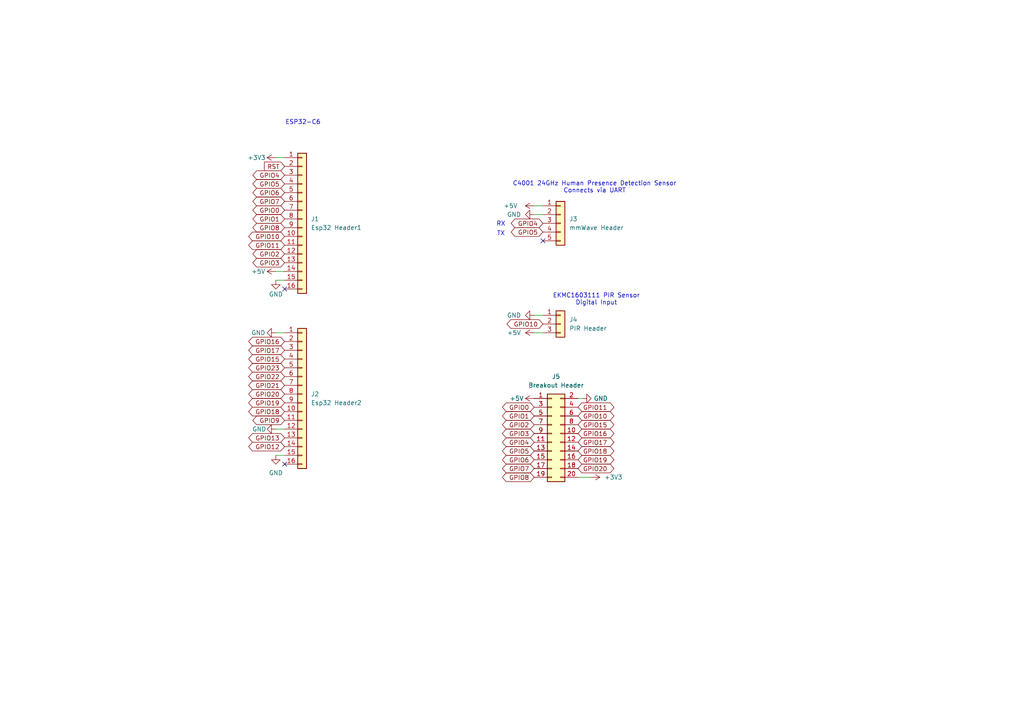
<source format=kicad_sch>
(kicad_sch (version 20231120) (generator "eeschema") (generator_version "8.0")
  (paper "A4")
  (lib_symbols
    (symbol "Connector_Generic:Conn_01x03" (pin_names (offset 1.016) hide)
      (property "Reference" "J" (at 0 5.08 0))
      (property "Value" "Conn_01x03" (at 0 -5.08 0))
      (symbol "Conn_01x03_1_1"
        (rectangle (start -1.27 -2.413) (end 0 -2.667) (stroke (width 0.1524)))
        (rectangle (start -1.27 0.127) (end 0 -0.127) (stroke (width 0.1524)))
        (rectangle (start -1.27 2.667) (end 0 2.413) (stroke (width 0.1524)))
        (rectangle (start -1.27 3.81) (end 1.27 -3.81) (stroke (width 0.254)) (fill (type background)))
        (pin passive line (at -5.08 2.54 0) (length 3.81) (name "Pin_1") (number "1"))
        (pin passive line (at -5.08 0 0) (length 3.81) (name "Pin_2") (number "2"))
        (pin passive line (at -5.08 -2.54 0) (length 3.81) (name "Pin_3") (number "3"))
      )
    )
    (symbol "Connector_Generic:Conn_01x05" (pin_names (offset 1.016) hide)
      (property "Reference" "J" (at 0 7.62 0))
      (property "Value" "Conn_01x05" (at 0 -7.62 0))
      (symbol "Conn_01x05_1_1"
        (rectangle (start -1.27 -4.953) (end 0 -5.207) (stroke (width 0.1524)))
        (rectangle (start -1.27 -2.413) (end 0 -2.667) (stroke (width 0.1524)))
        (rectangle (start -1.27 0.127) (end 0 -0.127) (stroke (width 0.1524)))
        (rectangle (start -1.27 2.667) (end 0 2.413) (stroke (width 0.1524)))
        (rectangle (start -1.27 5.207) (end 0 4.953) (stroke (width 0.1524)))
        (rectangle (start -1.27 6.35) (end 1.27 -6.35) (stroke (width 0.254)) (fill (type background)))
        (pin passive line (at -5.08 5.08 0) (length 3.81) (name "Pin_1") (number "1"))
        (pin passive line (at -5.08 2.54 0) (length 3.81) (name "Pin_2") (number "2"))
        (pin passive line (at -5.08 0 0) (length 3.81) (name "Pin_3") (number "3"))
        (pin passive line (at -5.08 -2.54 0) (length 3.81) (name "Pin_4") (number "4"))
        (pin passive line (at -5.08 -5.08 0) (length 3.81) (name "Pin_5") (number "5"))
      )
    )
    (symbol "Connector_Generic:Conn_01x16" (pin_names (offset 1.016) hide)
      (property "Reference" "J" (at 0 20.32 0))
      (property "Value" "Conn_01x16" (at 0 -22.86 0))
      (symbol "Conn_01x16_1_1"
        (rectangle (start -1.27 -20.193) (end 0 -20.447) (stroke (width 0.1524)))
        (rectangle (start -1.27 -17.653) (end 0 -17.907) (stroke (width 0.1524)))
        (rectangle (start -1.27 -15.113) (end 0 -15.367) (stroke (width 0.1524)))
        (rectangle (start -1.27 -12.573) (end 0 -12.827) (stroke (width 0.1524)))
        (rectangle (start -1.27 -10.033) (end 0 -10.287) (stroke (width 0.1524)))
        (rectangle (start -1.27 -7.493) (end 0 -7.747) (stroke (width 0.1524)))
        (rectangle (start -1.27 -4.953) (end 0 -5.207) (stroke (width 0.1524)))
        (rectangle (start -1.27 -2.413) (end 0 -2.667) (stroke (width 0.1524)))
        (rectangle (start -1.27 0.127) (end 0 -0.127) (stroke (width 0.1524)))
        (rectangle (start -1.27 2.667) (end 0 2.413) (stroke (width 0.1524)))
        (rectangle (start -1.27 5.207) (end 0 4.953) (stroke (width 0.1524)))
        (rectangle (start -1.27 7.747) (end 0 7.493) (stroke (width 0.1524)))
        (rectangle (start -1.27 10.287) (end 0 10.033) (stroke (width 0.1524)))
        (rectangle (start -1.27 12.827) (end 0 12.573) (stroke (width 0.1524)))
        (rectangle (start -1.27 15.367) (end 0 15.113) (stroke (width 0.1524)))
        (rectangle (start -1.27 17.907) (end 0 17.653) (stroke (width 0.1524)))
        (rectangle (start -1.27 19.05) (end 1.27 -21.59) (stroke (width 0.254)) (fill (type background)))
        (pin passive line (at -5.08 17.78 0) (length 3.81) (name "Pin_1") (number "1"))
        (pin passive line (at -5.08 -5.08 0) (length 3.81) (name "Pin_10") (number "10"))
        (pin passive line (at -5.08 -7.62 0) (length 3.81) (name "Pin_11") (number "11"))
        (pin passive line (at -5.08 -10.16 0) (length 3.81) (name "Pin_12") (number "12"))
        (pin passive line (at -5.08 -12.7 0) (length 3.81) (name "Pin_13") (number "13"))
        (pin passive line (at -5.08 -15.24 0) (length 3.81) (name "Pin_14") (number "14"))
        (pin passive line (at -5.08 -17.78 0) (length 3.81) (name "Pin_15") (number "15"))
        (pin passive line (at -5.08 -20.32 0) (length 3.81) (name "Pin_16") (number "16"))
        (pin passive line (at -5.08 15.24 0) (length 3.81) (name "Pin_2") (number "2"))
        (pin passive line (at -5.08 12.7 0) (length 3.81) (name "Pin_3") (number "3"))
        (pin passive line (at -5.08 10.16 0) (length 3.81) (name "Pin_4") (number "4"))
        (pin passive line (at -5.08 7.62 0) (length 3.81) (name "Pin_5") (number "5"))
        (pin passive line (at -5.08 5.08 0) (length 3.81) (name "Pin_6") (number "6"))
        (pin passive line (at -5.08 2.54 0) (length 3.81) (name "Pin_7") (number "7"))
        (pin passive line (at -5.08 0 0) (length 3.81) (name "Pin_8") (number "8"))
        (pin passive line (at -5.08 -2.54 0) (length 3.81) (name "Pin_9") (number "9"))
      )
    )
    (symbol "Connector_Generic:Conn_02x10_Odd_Even" (pin_names (offset 1.016) hide)
      (property "Reference" "J" (at 1.27 12.7 0))
      (property "Value" "Conn_02x10_Odd_Even" (at 1.27 -15.24 0))
      (symbol "Conn_02x10_Odd_Even_1_1"
        (rectangle (start -1.27 -12.573) (end 0 -12.827) (stroke (width 0.1524)))
        (rectangle (start -1.27 -10.033) (end 0 -10.287) (stroke (width 0.1524)))
        (rectangle (start -1.27 -7.493) (end 0 -7.747) (stroke (width 0.1524)))
        (rectangle (start -1.27 -4.953) (end 0 -5.207) (stroke (width 0.1524)))
        (rectangle (start -1.27 -2.413) (end 0 -2.667) (stroke (width 0.1524)))
        (rectangle (start -1.27 0.127) (end 0 -0.127) (stroke (width 0.1524)))
        (rectangle (start -1.27 2.667) (end 0 2.413) (stroke (width 0.1524)))
        (rectangle (start -1.27 5.207) (end 0 4.953) (stroke (width 0.1524)))
        (rectangle (start -1.27 7.747) (end 0 7.493) (stroke (width 0.1524)))
        (rectangle (start -1.27 10.287) (end 0 10.033) (stroke (width 0.1524)))
        (rectangle (start -1.27 11.43) (end 3.81 -13.97) (stroke (width 0.254)) (fill (type background)))
        (rectangle (start 3.81 -12.573) (end 2.54 -12.827) (stroke (width 0.1524)))
        (rectangle (start 3.81 -10.033) (end 2.54 -10.287) (stroke (width 0.1524)))
        (rectangle (start 3.81 -7.493) (end 2.54 -7.747) (stroke (width 0.1524)))
        (rectangle (start 3.81 -4.953) (end 2.54 -5.207) (stroke (width 0.1524)))
        (rectangle (start 3.81 -2.413) (end 2.54 -2.667) (stroke (width 0.1524)))
        (rectangle (start 3.81 0.127) (end 2.54 -0.127) (stroke (width 0.1524)))
        (rectangle (start 3.81 2.667) (end 2.54 2.413) (stroke (width 0.1524)))
        (rectangle (start 3.81 5.207) (end 2.54 4.953) (stroke (width 0.1524)))
        (rectangle (start 3.81 7.747) (end 2.54 7.493) (stroke (width 0.1524)))
        (rectangle (start 3.81 10.287) (end 2.54 10.033) (stroke (width 0.1524)))
        (pin passive line (at -5.08 10.16 0) (length 3.81) (name "Pin_1") (number "1"))
        (pin passive line (at 7.62 0 180) (length 3.81) (name "Pin_10") (number "10"))
        (pin passive line (at -5.08 -2.54 0) (length 3.81) (name "Pin_11") (number "11"))
        (pin passive line (at 7.62 -2.54 180) (length 3.81) (name "Pin_12") (number "12"))
        (pin passive line (at -5.08 -5.08 0) (length 3.81) (name "Pin_13") (number "13"))
        (pin passive line (at 7.62 -5.08 180) (length 3.81) (name "Pin_14") (number "14"))
        (pin passive line (at -5.08 -7.62 0) (length 3.81) (name "Pin_15") (number "15"))
        (pin passive line (at 7.62 -7.62 180) (length 3.81) (name "Pin_16") (number "16"))
        (pin passive line (at -5.08 -10.16 0) (length 3.81) (name "Pin_17") (number "17"))
        (pin passive line (at 7.62 -10.16 180) (length 3.81) (name "Pin_18") (number "18"))
        (pin passive line (at -5.08 -12.7 0) (length 3.81) (name "Pin_19") (number "19"))
        (pin passive line (at 7.62 10.16 180) (length 3.81) (name "Pin_2") (number "2"))
        (pin passive line (at 7.62 -12.7 180) (length 3.81) (name "Pin_20") (number "20"))
        (pin passive line (at -5.08 7.62 0) (length 3.81) (name "Pin_3") (number "3"))
        (pin passive line (at 7.62 7.62 180) (length 3.81) (name "Pin_4") (number "4"))
        (pin passive line (at -5.08 5.08 0) (length 3.81) (name "Pin_5") (number "5"))
        (pin passive line (at 7.62 5.08 180) (length 3.81) (name "Pin_6") (number "6"))
        (pin passive line (at -5.08 2.54 0) (length 3.81) (name "Pin_7") (number "7"))
        (pin passive line (at 7.62 2.54 180) (length 3.81) (name "Pin_8") (number "8"))
        (pin passive line (at -5.08 0 0) (length 3.81) (name "Pin_9") (number "9"))
      )
    )
    (symbol "power:+3V3" (power) (pin_names (offset 0))
      (property "Value" "+3V3" (at 0 3.556 0))
      (symbol "+3V3_0_1"
        (polyline (pts (xy -0.762 1.27) (xy 0 2.54)))
        (polyline (pts (xy 0 0) (xy 0 2.54)))
        (polyline (pts (xy 0 2.54) (xy 0.762 1.27)))
      )
      (symbol "+3V3_1_1"
        (pin power_in line (at 0 0 90) (length 0) hide (name "+3V3") (number "1"))
      )
    )
    (symbol "power:+5V" (power) (pin_names (offset 0))
      (property "Value" "+5V" (at 0 3.556 0))
      (symbol "+5V_0_1"
        (polyline (pts (xy -0.762 1.27) (xy 0 2.54)))
        (polyline (pts (xy 0 0) (xy 0 2.54)))
        (polyline (pts (xy 0 2.54) (xy 0.762 1.27)))
      )
      (symbol "+5V_1_1"
        (pin power_in line (at 0 0 90) (length 0) hide (name "+5V") (number "1"))
      )
    )
    (symbol "power:GND" (power) (pin_names (offset 0))
      (property "Value" "GND" (at 0 -3.81 0))
      (symbol "GND_0_1"
        (polyline (pts (xy 0 0) (xy 0 -1.27) (xy 1.27 -1.27) (xy 0 -2.54) (xy -1.27 -1.27) (xy 0 -1.27)))
      )
      (symbol "GND_1_1"
        (pin power_in line (at 0 0 270) (length 0) hide (name "GND") (number "1"))
      )
    )
  )
  (no_connect (at 82.55 83.82))
  (no_connect (at 82.55 134.62))
  (no_connect (at 157.48 69.85))
  (wire (pts (xy 80.01 81.28) (xy 82.55 81.28)))
  (wire (pts (xy 80.01 132.08) (xy 82.55 132.08)))
  (wire (pts (xy 167.64 115.57) (xy 168.91 115.57)))
  (wire (pts (xy 80.01 96.52) (xy 82.55 96.52)))
  (wire (pts (xy 154.94 91.44) (xy 157.48 91.44)))
  (wire (pts (xy 154.94 62.23) (xy 157.48 62.23)))
  (wire (pts (xy 154.94 96.52) (xy 157.48 96.52)))
  (wire (pts (xy 154.94 59.69) (xy 157.48 59.69)))
  (wire (pts (xy 80.01 124.46) (xy 82.55 124.46)))
  (wire (pts (xy 80.01 45.72) (xy 82.55 45.72)))
  (wire (pts (xy 80.01 78.74) (xy 82.55 78.74)))
  (wire (pts (xy 167.64 138.43) (xy 171.45 138.43)))
  (text "C4001 24GHz Human Presence Detection Sensor\nConnects via UART" (at 172.466 54.356 0) (effects (font (size 1.27 1.27))))
  (text "TX" (at 145.288 67.818 0) (effects (font (size 1.27 1.27))))
  (text "RX" (at 145.288 65.024 0) (effects (font (size 1.27 1.27))))
  (text "EKMC1603111 PIR Sensor\nDigital Input" (at 172.974 86.868 0) (effects (font (size 1.27 1.27))))
  (text "ESP32-C6\n" (at 87.884 35.56 0) (effects (font (size 1.27 1.27))))
  (global_label "GPIO0" (shape bidirectional) (at 154.94 118.11 180) (property "Intersheetrefs" "${INTERSHEET_REFS}" (effects (hide yes))))
  (global_label "GPIO11" (shape bidirectional) (at 167.64 118.11 0) (property "Intersheetrefs" "${INTERSHEET_REFS}" (effects (hide yes))))
  (global_label "GPIO7" (shape bidirectional) (at 82.55 58.42 180) (property "Intersheetrefs" "${INTERSHEET_REFS}" (effects (hide yes))))
  (global_label "GPIO16" (shape bidirectional) (at 82.55 99.06 180) (property "Intersheetrefs" "${INTERSHEET_REFS}" (effects (hide yes))))
  (global_label "GPIO1" (shape bidirectional) (at 154.94 120.65 180) (property "Intersheetrefs" "${INTERSHEET_REFS}" (effects (hide yes))))
  (global_label "GPIO20" (shape bidirectional) (at 167.64 135.89 0) (property "Intersheetrefs" "${INTERSHEET_REFS}" (effects (hide yes))))
  (global_label "GPIO16" (shape bidirectional) (at 167.64 125.73 0) (property "Intersheetrefs" "${INTERSHEET_REFS}" (effects (hide yes))))
  (global_label "GPIO1" (shape bidirectional) (at 82.55 63.5 180) (property "Intersheetrefs" "${INTERSHEET_REFS}" (effects (hide yes))))
  (global_label "GPIO18" (shape bidirectional) (at 167.64 130.81 0) (property "Intersheetrefs" "${INTERSHEET_REFS}" (effects (hide yes))))
  (global_label "GPIO20" (shape bidirectional) (at 82.55 114.3 180) (property "Intersheetrefs" "${INTERSHEET_REFS}" (effects (hide yes))))
  (global_label "GPIO4" (shape bidirectional) (at 82.55 50.8 180) (property "Intersheetrefs" "${INTERSHEET_REFS}" (effects (hide yes))))
  (global_label "GPIO8" (shape bidirectional) (at 82.55 66.04 180) (property "Intersheetrefs" "${INTERSHEET_REFS}" (effects (hide yes))))
  (global_label "GPIO10" (shape bidirectional) (at 157.48 93.98 180) (property "Intersheetrefs" "${INTERSHEET_REFS}" (effects (hide yes))))
  (global_label "GPIO3" (shape bidirectional) (at 82.55 76.2 180) (property "Intersheetrefs" "${INTERSHEET_REFS}" (effects (hide yes))))
  (global_label "GPIO19" (shape bidirectional) (at 82.55 116.84 180) (property "Intersheetrefs" "${INTERSHEET_REFS}" (effects (hide yes))))
  (global_label "GPIO3" (shape bidirectional) (at 154.94 125.73 180) (property "Intersheetrefs" "${INTERSHEET_REFS}" (effects (hide yes))))
  (global_label "GPIO7" (shape bidirectional) (at 154.94 135.89 180) (property "Intersheetrefs" "${INTERSHEET_REFS}" (effects (hide yes))))
  (global_label "GPIO10" (shape bidirectional) (at 167.64 120.65 0) (property "Intersheetrefs" "${INTERSHEET_REFS}" (effects (hide yes))))
  (global_label "RST" (shape input) (at 82.55 48.26 180) (property "Intersheetrefs" "${INTERSHEET_REFS}" (effects (hide yes))))
  (global_label "GPIO17" (shape bidirectional) (at 82.55 101.6 180) (property "Intersheetrefs" "${INTERSHEET_REFS}" (effects (hide yes))))
  (global_label "GPIO5" (shape bidirectional) (at 154.94 130.81 180) (property "Intersheetrefs" "${INTERSHEET_REFS}" (effects (hide yes))))
  (global_label "GPIO13" (shape bidirectional) (at 82.55 127 180) (property "Intersheetrefs" "${INTERSHEET_REFS}" (effects (hide yes))))
  (global_label "GPIO21" (shape bidirectional) (at 82.55 111.76 180) (property "Intersheetrefs" "${INTERSHEET_REFS}" (effects (hide yes))))
  (global_label "GPIO5" (shape bidirectional) (at 157.48 67.31 180) (property "Intersheetrefs" "${INTERSHEET_REFS}" (effects (hide yes))))
  (global_label "GPIO15" (shape bidirectional) (at 82.55 104.14 180) (property "Intersheetrefs" "${INTERSHEET_REFS}" (effects (hide yes))))
  (global_label "GPIO11" (shape bidirectional) (at 82.55 71.12 180) (property "Intersheetrefs" "${INTERSHEET_REFS}" (effects (hide yes))))
  (global_label "GPIO22" (shape bidirectional) (at 82.55 109.22 180) (property "Intersheetrefs" "${INTERSHEET_REFS}" (effects (hide yes))))
  (global_label "GPIO8" (shape bidirectional) (at 154.94 138.43 180) (property "Intersheetrefs" "${INTERSHEET_REFS}" (effects (hide yes))))
  (global_label "GPIO12" (shape bidirectional) (at 82.55 129.54 180) (property "Intersheetrefs" "${INTERSHEET_REFS}" (effects (hide yes))))
  (global_label "GPIO2" (shape bidirectional) (at 82.55 73.66 180) (property "Intersheetrefs" "${INTERSHEET_REFS}" (effects (hide yes))))
  (global_label "GPIO4" (shape bidirectional) (at 154.94 128.27 180) (property "Intersheetrefs" "${INTERSHEET_REFS}" (effects (hide yes))))
  (global_label "GPIO18" (shape bidirectional) (at 82.55 119.38 180) (property "Intersheetrefs" "${INTERSHEET_REFS}" (effects (hide yes))))
  (global_label "GPIO4" (shape bidirectional) (at 157.48 64.77 180) (property "Intersheetrefs" "${INTERSHEET_REFS}" (effects (hide yes))))
  (global_label "GPIO0" (shape bidirectional) (at 82.55 60.96 180) (property "Intersheetrefs" "${INTERSHEET_REFS}" (effects (hide yes))))
  (global_label "GPIO9" (shape bidirectional) (at 82.55 121.92 180) (property "Intersheetrefs" "${INTERSHEET_REFS}" (effects (hide yes))))
  (global_label "GPIO6" (shape bidirectional) (at 154.94 133.35 180) (property "Intersheetrefs" "${INTERSHEET_REFS}" (effects (hide yes))))
  (global_label "GPIO15" (shape bidirectional) (at 167.64 123.19 0) (property "Intersheetrefs" "${INTERSHEET_REFS}" (effects (hide yes))))
  (global_label "GPIO6" (shape bidirectional) (at 82.55 55.88 180) (property "Intersheetrefs" "${INTERSHEET_REFS}" (effects (hide yes))))
  (global_label "GPIO10" (shape bidirectional) (at 82.55 68.58 180) (property "Intersheetrefs" "${INTERSHEET_REFS}" (effects (hide yes))))
  (global_label "GPIO2" (shape bidirectional) (at 154.94 123.19 180) (property "Intersheetrefs" "${INTERSHEET_REFS}" (effects (hide yes))))
  (global_label "GPIO23" (shape bidirectional) (at 82.55 106.68 180) (property "Intersheetrefs" "${INTERSHEET_REFS}" (effects (hide yes))))
  (global_label "GPIO19" (shape bidirectional) (at 167.64 133.35 0) (property "Intersheetrefs" "${INTERSHEET_REFS}" (effects (hide yes))))
  (global_label "GPIO17" (shape bidirectional) (at 167.64 128.27 0) (property "Intersheetrefs" "${INTERSHEET_REFS}" (effects (hide yes))))
  (global_label "GPIO5" (shape bidirectional) (at 82.55 53.34 180) (property "Intersheetrefs" "${INTERSHEET_REFS}" (effects (hide yes))))
  (symbol (lib_id "power:GND") (at 80.01 124.46 270) (unit 1)
    (property "Reference" "#PWR06" (effects (hide yes)))
    (property "Value" "GND" (at 75.184 124.46 90))
    (property "Description" "Power symbol creates a global label with name \"GND\" , ground" (effects (hide yes)))
  )
  (symbol (lib_id "power:+5V") (at 154.94 115.57 90) (unit 1)
    (property "Reference" "#PWR011" (effects (hide yes)))
    (property "Value" "+5V" (at 149.86 115.57 90))
    (property "Description" "Power symbol creates a global label with name \"+5V\"" (effects (hide yes)))
  )
  (symbol (lib_id "power:+3V3") (at 171.45 138.43 270) (unit 1)
    (property "Reference" "#PWR013" (effects (hide yes)))
    (property "Value" "+3V3" (at 175.26 138.4299 90) (effects (justify left)))
    (property "Description" "Power symbol creates a global label with name \"+3V3\"" (effects (hide yes)))
  )
  (symbol (lib_id "power:GND") (at 154.94 62.23 270) (unit 1)
    (property "Reference" "#PWR010" (effects (hide yes)))
    (property "Value" "GND" (at 151.13 62.2299 90) (effects (justify right)))
    (property "Description" "Power symbol creates a global label with name \"GND\" , ground" (effects (hide yes)))
  )
  (symbol (lib_id "power:GND") (at 168.91 115.57 90) (unit 1)
    (property "Reference" "#PWR012" (effects (hide yes)))
    (property "Value" "GND" (at 174.244 115.57 90))
    (property "Description" "Power symbol creates a global label with name \"GND\" , ground" (effects (hide yes)))
  )
  (symbol (lib_id "power:+3V3") (at 80.01 45.72 90) (unit 1)
    (property "Reference" "#PWR01" (effects (hide yes)))
    (property "Value" "+3V3" (at 74.422 45.72 90))
    (property "Description" "Power symbol creates a global label with name \"+3V3\"" (effects (hide yes)))
  )
  (symbol (lib_id "power:GND") (at 80.01 81.28 0) (unit 1)
    (property "Reference" "#PWR02" (effects (hide yes)))
    (property "Value" "GND" (at 80.01 85.344 0))
    (property "Description" "Power symbol creates a global label with name \"GND\" , ground" (effects (hide yes)))
  )
  (symbol (lib_id "power:+5V") (at 80.01 78.74 90) (unit 1)
    (property "Reference" "#PWR03" (effects (hide yes)))
    (property "Value" "+5V" (at 74.93 78.74 90))
    (property "Description" "Power symbol creates a global label with name \"+5V\"" (effects (hide yes)))
  )
  (symbol (lib_id "power:GND") (at 154.94 91.44 270) (unit 1)
    (property "Reference" "#PWR08" (effects (hide yes)))
    (property "Value" "GND" (at 151.13 91.4399 90) (effects (justify right)))
    (property "Description" "Power symbol creates a global label with name \"GND\" , ground" (effects (hide yes)))
  )
  (symbol (lib_id "power:+5V") (at 154.94 59.69 90) (unit 1)
    (property "Reference" "#PWR09" (effects (hide yes)))
    (property "Value" "+5V" (at 148.082 59.69 90))
    (property "Description" "Power symbol creates a global label with name \"+5V\"" (effects (hide yes)))
  )
  (symbol (lib_id "Connector_Generic:Conn_01x16") (at 87.63 63.5 0) (unit 1)
    (property "Reference" "J1" (at 90.17 63.4999 0) (effects (justify left)))
    (property "Value" "Esp32 Header1" (at 90.17 66.0399 0) (effects (justify left)))
    (property "Footprint" "Connector_PinHeader_2.54mm:PinHeader_1x16_P2.54mm_Vertical" (effects (hide yes)))
    (property "Description" "Generic connector, single row, 01x16, script generated (kicad-library-utils/schlib/autogen/connector/)" (effects (hide yes)))
  )
  (symbol (lib_id "Connector_Generic:Conn_01x03") (at 162.56 93.98 0) (unit 1)
    (property "Reference" "J4" (at 165.1 92.7099 0) (effects (justify left)))
    (property "Value" "PIR Header" (at 165.1 95.2499 0) (effects (justify left)))
    (property "Footprint" "Connector:917-47-103-41005000" (effects (hide yes)))
    (property "Description" "Generic connector, single row, 01x03, script generated (kicad-library-utils/schlib/autogen/connector/)" (effects (hide yes)))
  )
  (symbol (lib_id "Connector_Generic:Conn_01x05") (at 162.56 64.77 0) (unit 1)
    (property "Reference" "J3" (at 165.1 63.4999 0) (effects (justify left)))
    (property "Value" "mmWave Header" (at 165.1 66.0399 0) (effects (justify left)))
    (property "Footprint" "Connector_PinHeader_2.54mm:PinHeader_1x05_P2.54mm_Vertical" (effects (hide yes)))
    (property "Description" "Generic connector, single row, 01x05, script generated (kicad-library-utils/schlib/autogen/connector/)" (effects (hide yes)))
  )
  (symbol (lib_id "power:+5V") (at 154.94 96.52 90) (unit 1)
    (property "Reference" "#PWR07" (effects (hide yes)))
    (property "Value" "+5V" (at 151.13 96.5199 90) (effects (justify left)))
    (property "Description" "Power symbol creates a global label with name \"+5V\"" (effects (hide yes)))
  )
  (symbol (lib_id "Connector_Generic:Conn_02x10_Odd_Even") (at 160.02 125.73 0) (unit 1)
    (property "Reference" "J5" (at 161.29 109.22 0))
    (property "Value" "Breakout Header" (at 161.29 111.76 0))
    (property "Footprint" "Connector_PinHeader_2.54mm:PinHeader_2x10_P2.54mm_Vertical" (effects (hide yes)))
    (property "Description" "Generic connector, double row, 02x10, odd/even pin numbering scheme (row 1 odd numbers, row 2 even numbers), script generated (kicad-library-utils/schlib/autogen/connector/)" (effects (hide yes)))
  )
  (symbol (lib_id "power:GND") (at 80.01 132.08 0) (unit 1)
    (property "Reference" "#PWR05" (effects (hide yes)))
    (property "Value" "GND" (at 80.01 137.16 0))
    (property "Description" "Power symbol creates a global label with name \"GND\" , ground" (effects (hide yes)))
  )
  (symbol (lib_id "power:GND") (at 80.01 96.52 270) (unit 1)
    (property "Reference" "#PWR04" (effects (hide yes)))
    (property "Value" "GND" (at 74.93 96.52 90))
    (property "Description" "Power symbol creates a global label with name \"GND\" , ground" (effects (hide yes)))
  )
  (symbol (lib_id "Connector_Generic:Conn_01x16") (at 87.63 114.3 0) (unit 1)
    (property "Reference" "J2" (at 90.17 114.2999 0) (effects (justify left)))
    (property "Value" "Esp32 Header2" (at 90.17 116.8399 0) (effects (justify left)))
    (property "Footprint" "Connector_PinHeader_2.54mm:PinHeader_1x16_P2.54mm_Vertical" (effects (hide yes)))
    (property "Description" "Generic connector, single row, 01x16, script generated (kicad-library-utils/schlib/autogen/connector/)" (effects (hide yes)))
  )
)
</source>
